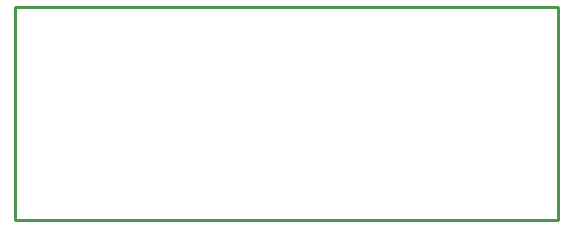
<source format=gm1>
%FSLAX25Y25*%
%MOIN*%
G70*
G01*
G75*
G04 Layer_Color=16711935*
%ADD10R,0.02756X0.03543*%
%ADD11C,0.04000*%
%ADD12R,0.20276X0.20276*%
%ADD13O,0.02756X0.00787*%
%ADD14O,0.00787X0.02756*%
%ADD15R,0.02953X0.05512*%
%ADD16R,0.02008X0.01575*%
%ADD17R,0.05906X0.05118*%
%ADD18R,0.03543X0.02756*%
%ADD19R,0.03937X0.04331*%
%ADD20R,0.05118X0.05079*%
%ADD21R,0.05512X0.05079*%
%ADD22R,0.06614X0.03150*%
%ADD23R,0.05906X0.06693*%
%ADD24R,0.06693X0.05906*%
%ADD25R,0.05709X0.06299*%
%ADD26R,0.07480X0.03937*%
%ADD27R,0.05315X0.01575*%
%ADD28C,0.00800*%
%ADD29C,0.05906*%
%ADD30C,0.03937*%
%ADD31C,0.06000*%
%ADD32C,0.05709*%
G04:AMPARAMS|DCode=33|XSize=59.06mil|YSize=74.8mil|CornerRadius=14.76mil|HoleSize=0mil|Usage=FLASHONLY|Rotation=90.000|XOffset=0mil|YOffset=0mil|HoleType=Round|Shape=RoundedRectangle|*
%AMROUNDEDRECTD33*
21,1,0.05906,0.04528,0,0,90.0*
21,1,0.02953,0.07480,0,0,90.0*
1,1,0.02953,0.02264,0.01476*
1,1,0.02953,0.02264,-0.01476*
1,1,0.02953,-0.02264,-0.01476*
1,1,0.02953,-0.02264,0.01476*
%
%ADD33ROUNDEDRECTD33*%
%ADD34R,0.06000X0.06000*%
%ADD35C,0.02400*%
%ADD36C,0.04000*%
%ADD37C,0.07543*%
G04:AMPARAMS|DCode=38|XSize=79.685mil|YSize=79.685mil|CornerRadius=0mil|HoleSize=0mil|Usage=FLASHONLY|Rotation=0.000|XOffset=0mil|YOffset=0mil|HoleType=Round|Shape=Relief|Width=10mil|Gap=10mil|Entries=4|*
%AMTHD38*
7,0,0,0.07969,0.05969,0.01000,45*
%
%ADD38THD38*%
%ADD39C,0.05969*%
G04:AMPARAMS|DCode=40|XSize=90mil|YSize=90mil|CornerRadius=0mil|HoleSize=0mil|Usage=FLASHONLY|Rotation=0.000|XOffset=0mil|YOffset=0mil|HoleType=Round|Shape=Relief|Width=10mil|Gap=10mil|Entries=4|*
%AMTHD40*
7,0,0,0.09000,0.07000,0.01000,45*
%
%ADD40THD40*%
%ADD41C,0.07000*%
%ADD42C,0.06559*%
G04:AMPARAMS|DCode=43|XSize=95.433mil|YSize=95.433mil|CornerRadius=0mil|HoleSize=0mil|Usage=FLASHONLY|Rotation=0.000|XOffset=0mil|YOffset=0mil|HoleType=Round|Shape=Relief|Width=10mil|Gap=10mil|Entries=4|*
%AMTHD43*
7,0,0,0.09543,0.07543,0.01000,45*
%
%ADD43THD43*%
%ADD44C,0.07347*%
%ADD45O,0.09118X0.05969*%
%ADD46C,0.05200*%
G04:AMPARAMS|DCode=47|XSize=72mil|YSize=72mil|CornerRadius=0mil|HoleSize=0mil|Usage=FLASHONLY|Rotation=0.000|XOffset=0mil|YOffset=0mil|HoleType=Round|Shape=Relief|Width=10mil|Gap=10mil|Entries=4|*
%AMTHD47*
7,0,0,0.07200,0.05200,0.01000,45*
%
%ADD47THD47*%
%ADD48R,0.05000X0.04000*%
%ADD49R,0.04331X0.02559*%
%ADD50R,0.05906X0.05512*%
%ADD51R,0.04000X0.05000*%
%ADD52R,0.05512X0.03543*%
%ADD53R,0.05512X0.08661*%
%ADD54R,0.02559X0.04331*%
%ADD55R,0.04331X0.03937*%
G04:AMPARAMS|DCode=56|XSize=9.84mil|YSize=23.62mil|CornerRadius=2.46mil|HoleSize=0mil|Usage=FLASHONLY|Rotation=90.000|XOffset=0mil|YOffset=0mil|HoleType=Round|Shape=RoundedRectangle|*
%AMROUNDEDRECTD56*
21,1,0.00984,0.01870,0,0,90.0*
21,1,0.00492,0.02362,0,0,90.0*
1,1,0.00492,0.00935,0.00246*
1,1,0.00492,0.00935,-0.00246*
1,1,0.00492,-0.00935,-0.00246*
1,1,0.00492,-0.00935,0.00246*
%
%ADD56ROUNDEDRECTD56*%
G04:AMPARAMS|DCode=57|XSize=9.84mil|YSize=29.53mil|CornerRadius=2.46mil|HoleSize=0mil|Usage=FLASHONLY|Rotation=90.000|XOffset=0mil|YOffset=0mil|HoleType=Round|Shape=RoundedRectangle|*
%AMROUNDEDRECTD57*
21,1,0.00984,0.02461,0,0,90.0*
21,1,0.00492,0.02953,0,0,90.0*
1,1,0.00492,0.01230,0.00246*
1,1,0.00492,0.01230,-0.00246*
1,1,0.00492,-0.01230,-0.00246*
1,1,0.00492,-0.01230,0.00246*
%
%ADD57ROUNDEDRECTD57*%
%ADD58R,0.00787X0.02559*%
%ADD59R,0.02559X0.00787*%
%ADD60R,0.03150X0.03150*%
%ADD61R,0.03543X0.08858*%
%ADD62R,0.03543X0.11024*%
%ADD63C,0.01000*%
%ADD64C,0.02000*%
%ADD65C,0.01500*%
%ADD66C,0.00984*%
%ADD67C,0.00787*%
%ADD68C,0.00394*%
%ADD69R,0.03556X0.04343*%
%ADD70C,0.05000*%
%ADD71R,0.21076X0.21076*%
%ADD72O,0.03556X0.01587*%
%ADD73O,0.01587X0.03556*%
%ADD74R,0.03753X0.06312*%
%ADD75R,0.02808X0.02375*%
%ADD76R,0.06706X0.05918*%
%ADD77R,0.04343X0.03556*%
%ADD78R,0.04737X0.05131*%
%ADD79R,0.05918X0.05879*%
%ADD80R,0.06312X0.05879*%
%ADD81R,0.07414X0.03950*%
%ADD82R,0.06706X0.07493*%
%ADD83R,0.07493X0.06706*%
%ADD84R,0.06509X0.07099*%
%ADD85R,0.08280X0.04737*%
%ADD86R,0.06115X0.02375*%
%ADD87C,0.06706*%
%ADD88C,0.04737*%
%ADD89C,0.06800*%
%ADD90C,0.06509*%
G04:AMPARAMS|DCode=91|XSize=67.06mil|YSize=82.8mil|CornerRadius=18.76mil|HoleSize=0mil|Usage=FLASHONLY|Rotation=90.000|XOffset=0mil|YOffset=0mil|HoleType=Round|Shape=RoundedRectangle|*
%AMROUNDEDRECTD91*
21,1,0.06706,0.04528,0,0,90.0*
21,1,0.02953,0.08280,0,0,90.0*
1,1,0.03753,0.02264,0.01476*
1,1,0.03753,0.02264,-0.01476*
1,1,0.03753,-0.02264,-0.01476*
1,1,0.03753,-0.02264,0.01476*
%
%ADD91ROUNDEDRECTD91*%
%ADD92R,0.06800X0.06800*%
%ADD93C,0.03200*%
%ADD94R,0.05800X0.04800*%
%ADD95R,0.05131X0.03359*%
%ADD96R,0.06706X0.06312*%
%ADD97R,0.04800X0.05800*%
%ADD98R,0.06312X0.04343*%
%ADD99R,0.06312X0.09461*%
%ADD100R,0.03359X0.05131*%
%ADD101R,0.05131X0.04737*%
G04:AMPARAMS|DCode=102|XSize=17.84mil|YSize=31.62mil|CornerRadius=6.46mil|HoleSize=0mil|Usage=FLASHONLY|Rotation=90.000|XOffset=0mil|YOffset=0mil|HoleType=Round|Shape=RoundedRectangle|*
%AMROUNDEDRECTD102*
21,1,0.01784,0.01870,0,0,90.0*
21,1,0.00492,0.03162,0,0,90.0*
1,1,0.01292,0.00935,0.00246*
1,1,0.01292,0.00935,-0.00246*
1,1,0.01292,-0.00935,-0.00246*
1,1,0.01292,-0.00935,0.00246*
%
%ADD102ROUNDEDRECTD102*%
G04:AMPARAMS|DCode=103|XSize=17.84mil|YSize=37.53mil|CornerRadius=6.46mil|HoleSize=0mil|Usage=FLASHONLY|Rotation=90.000|XOffset=0mil|YOffset=0mil|HoleType=Round|Shape=RoundedRectangle|*
%AMROUNDEDRECTD103*
21,1,0.01784,0.02461,0,0,90.0*
21,1,0.00492,0.03753,0,0,90.0*
1,1,0.01292,0.01230,0.00246*
1,1,0.01292,0.01230,-0.00246*
1,1,0.01292,-0.01230,-0.00246*
1,1,0.01292,-0.01230,0.00246*
%
%ADD103ROUNDEDRECTD103*%
%ADD104R,0.01587X0.03359*%
%ADD105R,0.03359X0.01587*%
%ADD106R,0.03950X0.03950*%
%ADD107R,0.04343X0.09658*%
%ADD108R,0.04343X0.11824*%
%ADD109C,0.00606*%
D63*
X0Y0D02*
Y71000D01*
Y0D02*
X181000D01*
Y71000D01*
X0D02*
X181000D01*
M02*

</source>
